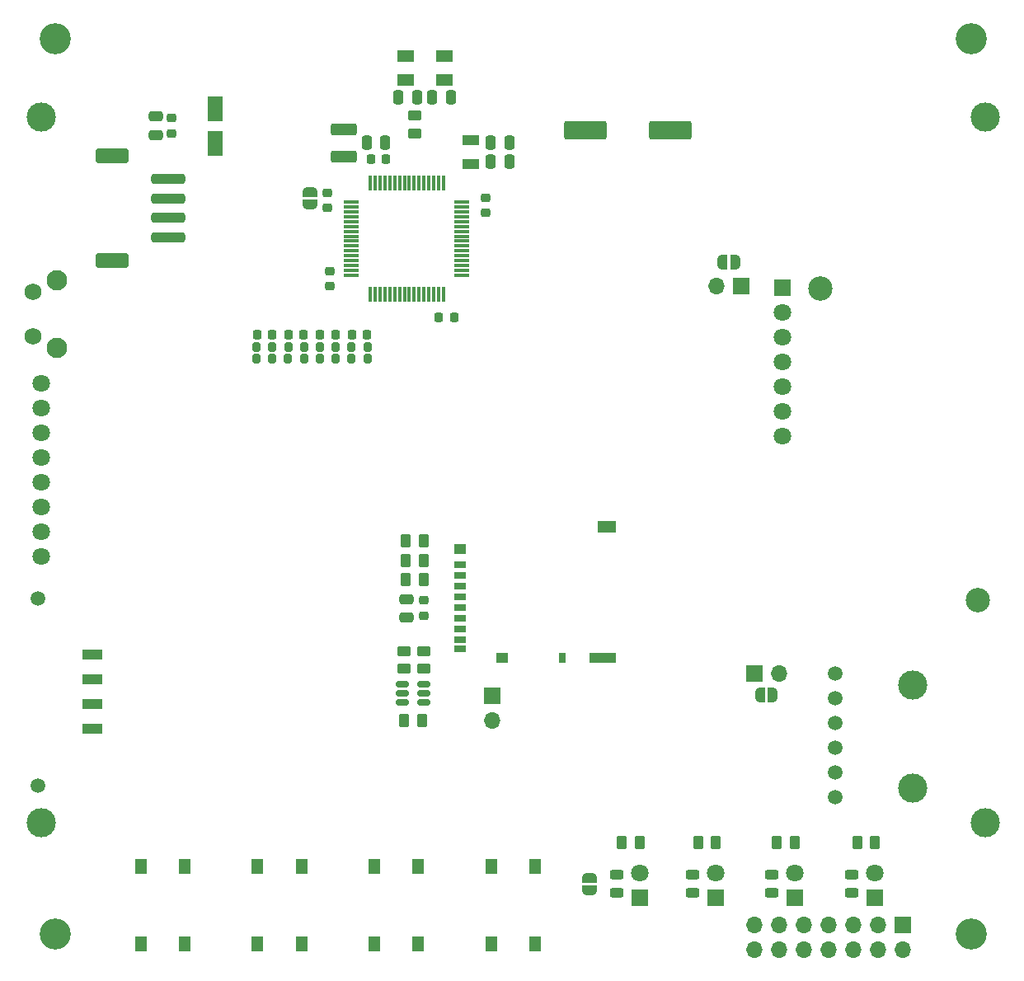
<source format=gts>
%TF.GenerationSoftware,KiCad,Pcbnew,7.0.9*%
%TF.CreationDate,2024-07-22T23:00:39+02:00*%
%TF.ProjectId,EnvSensor-Main-v2.1,456e7653-656e-4736-9f72-2d4d61696e2d,rev?*%
%TF.SameCoordinates,Original*%
%TF.FileFunction,Soldermask,Top*%
%TF.FilePolarity,Negative*%
%FSLAX46Y46*%
G04 Gerber Fmt 4.6, Leading zero omitted, Abs format (unit mm)*
G04 Created by KiCad (PCBNEW 7.0.9) date 2024-07-22 23:00:39*
%MOMM*%
%LPD*%
G01*
G04 APERTURE LIST*
G04 Aperture macros list*
%AMRoundRect*
0 Rectangle with rounded corners*
0 $1 Rounding radius*
0 $2 $3 $4 $5 $6 $7 $8 $9 X,Y pos of 4 corners*
0 Add a 4 corners polygon primitive as box body*
4,1,4,$2,$3,$4,$5,$6,$7,$8,$9,$2,$3,0*
0 Add four circle primitives for the rounded corners*
1,1,$1+$1,$2,$3*
1,1,$1+$1,$4,$5*
1,1,$1+$1,$6,$7*
1,1,$1+$1,$8,$9*
0 Add four rect primitives between the rounded corners*
20,1,$1+$1,$2,$3,$4,$5,0*
20,1,$1+$1,$4,$5,$6,$7,0*
20,1,$1+$1,$6,$7,$8,$9,0*
20,1,$1+$1,$8,$9,$2,$3,0*%
%AMFreePoly0*
4,1,19,0.500000,-0.750000,0.000000,-0.750000,0.000000,-0.744911,-0.071157,-0.744911,-0.207708,-0.704816,-0.327430,-0.627875,-0.420627,-0.520320,-0.479746,-0.390866,-0.500000,-0.250000,-0.500000,0.250000,-0.479746,0.390866,-0.420627,0.520320,-0.327430,0.627875,-0.207708,0.704816,-0.071157,0.744911,0.000000,0.744911,0.000000,0.750000,0.500000,0.750000,0.500000,-0.750000,0.500000,-0.750000,
$1*%
%AMFreePoly1*
4,1,19,0.000000,0.744911,0.071157,0.744911,0.207708,0.704816,0.327430,0.627875,0.420627,0.520320,0.479746,0.390866,0.500000,0.250000,0.500000,-0.250000,0.479746,-0.390866,0.420627,-0.520320,0.327430,-0.627875,0.207708,-0.704816,0.071157,-0.744911,0.000000,-0.744911,0.000000,-0.750000,-0.500000,-0.750000,-0.500000,0.750000,0.000000,0.750000,0.000000,0.744911,0.000000,0.744911,
$1*%
G04 Aperture macros list end*
%ADD10RoundRect,0.250000X-0.262500X-0.450000X0.262500X-0.450000X0.262500X0.450000X-0.262500X0.450000X0*%
%ADD11R,1.700000X1.700000*%
%ADD12O,1.700000X1.700000*%
%ADD13RoundRect,0.250000X0.262500X0.450000X-0.262500X0.450000X-0.262500X-0.450000X0.262500X-0.450000X0*%
%ADD14RoundRect,0.225000X0.250000X-0.225000X0.250000X0.225000X-0.250000X0.225000X-0.250000X-0.225000X0*%
%ADD15R,1.800000X1.800000*%
%ADD16C,1.800000*%
%ADD17FreePoly0,90.000000*%
%ADD18FreePoly1,90.000000*%
%ADD19RoundRect,0.243750X0.456250X-0.243750X0.456250X0.243750X-0.456250X0.243750X-0.456250X-0.243750X0*%
%ADD20C,1.500000*%
%ADD21RoundRect,0.250000X-0.250000X-0.475000X0.250000X-0.475000X0.250000X0.475000X-0.250000X0.475000X0*%
%ADD22R,1.800000X1.000000*%
%ADD23RoundRect,0.250000X-0.450000X0.262500X-0.450000X-0.262500X0.450000X-0.262500X0.450000X0.262500X0*%
%ADD24RoundRect,0.200000X0.200000X0.275000X-0.200000X0.275000X-0.200000X-0.275000X0.200000X-0.275000X0*%
%ADD25C,2.100000*%
%ADD26C,1.750000*%
%ADD27C,3.200000*%
%ADD28RoundRect,0.250000X0.550000X-1.050000X0.550000X1.050000X-0.550000X1.050000X-0.550000X-1.050000X0*%
%ADD29RoundRect,0.250000X-1.500000X0.250000X-1.500000X-0.250000X1.500000X-0.250000X1.500000X0.250000X0*%
%ADD30RoundRect,0.250001X-1.449999X0.499999X-1.449999X-0.499999X1.449999X-0.499999X1.449999X0.499999X0*%
%ADD31FreePoly0,180.000000*%
%ADD32FreePoly1,180.000000*%
%ADD33RoundRect,0.225000X-0.225000X-0.250000X0.225000X-0.250000X0.225000X0.250000X-0.225000X0.250000X0*%
%ADD34C,3.000000*%
%ADD35R,1.300000X1.550000*%
%ADD36RoundRect,0.075000X-0.075000X0.700000X-0.075000X-0.700000X0.075000X-0.700000X0.075000X0.700000X0*%
%ADD37RoundRect,0.075000X-0.700000X0.075000X-0.700000X-0.075000X0.700000X-0.075000X0.700000X0.075000X0*%
%ADD38R,1.800000X1.200000*%
%ADD39RoundRect,0.250000X0.475000X-0.250000X0.475000X0.250000X-0.475000X0.250000X-0.475000X-0.250000X0*%
%ADD40RoundRect,0.225000X-0.250000X0.225000X-0.250000X-0.225000X0.250000X-0.225000X0.250000X0.225000X0*%
%ADD41R,1.900000X1.300000*%
%ADD42R,1.200000X1.000000*%
%ADD43R,2.800000X1.000000*%
%ADD44R,0.800000X1.000000*%
%ADD45R,1.200000X0.700000*%
%ADD46RoundRect,0.225000X0.225000X0.250000X-0.225000X0.250000X-0.225000X-0.250000X0.225000X-0.250000X0*%
%ADD47RoundRect,0.250000X-1.950000X-0.700000X1.950000X-0.700000X1.950000X0.700000X-1.950000X0.700000X0*%
%ADD48RoundRect,0.250000X1.075000X-0.375000X1.075000X0.375000X-1.075000X0.375000X-1.075000X-0.375000X0*%
%ADD49RoundRect,0.150000X-0.512500X-0.150000X0.512500X-0.150000X0.512500X0.150000X-0.512500X0.150000X0*%
%ADD50R,2.000000X1.000000*%
%ADD51RoundRect,0.250000X0.450000X-0.262500X0.450000X0.262500X-0.450000X0.262500X-0.450000X-0.262500X0*%
%ADD52C,2.500000*%
G04 APERTURE END LIST*
D10*
%TO.C,R18*%
X82175000Y-106600000D03*
X84000000Y-106600000D03*
%TD*%
D11*
%TO.C,J1*%
X95725000Y-89175000D03*
D12*
X98265000Y-89175000D03*
%TD*%
D10*
%TO.C,R20*%
X98087500Y-106600000D03*
X99912500Y-106600000D03*
%TD*%
D13*
%TO.C,R7*%
X61800000Y-75600000D03*
X59975000Y-75600000D03*
%TD*%
D11*
%TO.C,J4*%
X68800000Y-91460000D03*
D12*
X68800000Y-94000000D03*
%TD*%
D14*
%TO.C,C14*%
X61790000Y-83250000D03*
X61790000Y-81700000D03*
%TD*%
D15*
%TO.C,D2*%
X84000000Y-112275000D03*
D16*
X84000000Y-109735000D03*
%TD*%
D17*
%TO.C,C1*%
X50147500Y-41050000D03*
D18*
X50147500Y-39750000D03*
%TD*%
D19*
%TO.C,D5*%
X97512500Y-111737500D03*
X97512500Y-109862500D03*
%TD*%
D20*
%TO.C,H5*%
X22200000Y-100700000D03*
%TD*%
D21*
%TO.C,C6*%
X55947500Y-34650000D03*
X57847500Y-34650000D03*
%TD*%
D17*
%TO.C,JP5*%
X78800000Y-111500000D03*
D18*
X78800000Y-110200000D03*
%TD*%
D22*
%TO.C,Y2*%
X66647500Y-36900000D03*
X66647500Y-34400000D03*
%TD*%
D23*
%TO.C,R3*%
X61800000Y-86887500D03*
X61800000Y-88712500D03*
%TD*%
D24*
%TO.C,R13*%
X56025000Y-56900000D03*
X54375000Y-56900000D03*
%TD*%
D25*
%TO.C,SW1*%
X24165000Y-55800000D03*
X24165000Y-48790000D03*
D26*
X21675000Y-54550000D03*
X21675000Y-50050000D03*
%TD*%
D10*
%TO.C,R19*%
X89975000Y-106600000D03*
X91800000Y-106600000D03*
%TD*%
D21*
%TO.C,C12*%
X62697500Y-30062500D03*
X64597500Y-30062500D03*
%TD*%
D27*
%TO.C,H3*%
X118000000Y-116000000D03*
%TD*%
D24*
%TO.C,R14*%
X46275000Y-55640000D03*
X44625000Y-55640000D03*
%TD*%
D28*
%TO.C,C25*%
X40400000Y-34800000D03*
X40400000Y-31200000D03*
%TD*%
D29*
%TO.C,J3*%
X35600000Y-38400000D03*
X35600000Y-40400000D03*
X35600000Y-42400000D03*
X35600000Y-44400000D03*
D30*
X29850000Y-36050000D03*
X29850000Y-46750000D03*
%TD*%
D27*
%TO.C,H2*%
X118000000Y-24000000D03*
%TD*%
D23*
%TO.C,R4*%
X59800000Y-86887500D03*
X59800000Y-88712500D03*
%TD*%
D31*
%TO.C,JP1*%
X97650000Y-91400000D03*
D32*
X96350000Y-91400000D03*
%TD*%
D33*
%TO.C,C7*%
X56372500Y-36400000D03*
X57922500Y-36400000D03*
%TD*%
D15*
%TO.C,D4*%
X91800000Y-112200000D03*
D16*
X91800000Y-109660000D03*
%TD*%
D20*
%TO.C,H6*%
X22200000Y-81500000D03*
%TD*%
D14*
%TO.C,C2*%
X51897500Y-41400000D03*
X51897500Y-39850000D03*
%TD*%
D16*
%TO.C,U7*%
X22500000Y-77180000D03*
X22500000Y-74640000D03*
X22500000Y-72100000D03*
X22500000Y-69560000D03*
X22500000Y-67020000D03*
X22500000Y-64480000D03*
X22500000Y-61940000D03*
X22500000Y-59400000D03*
D34*
X119500000Y-104540000D03*
X119500000Y-32040000D03*
X22500000Y-104540000D03*
X22500000Y-32040000D03*
%TD*%
D35*
%TO.C,SW2*%
X32750000Y-116980000D03*
X32750000Y-109020000D03*
X37250000Y-116980000D03*
X37250000Y-109020000D03*
%TD*%
D36*
%TO.C,U5*%
X63825000Y-38875000D03*
X63325000Y-38875000D03*
X62825000Y-38875000D03*
X62325000Y-38875000D03*
X61825000Y-38875000D03*
X61325000Y-38875000D03*
X60825000Y-38875000D03*
X60325000Y-38875000D03*
X59825000Y-38875000D03*
X59325000Y-38875000D03*
X58825000Y-38875000D03*
X58325000Y-38875000D03*
X57825000Y-38875000D03*
X57325000Y-38875000D03*
X56825000Y-38875000D03*
X56325000Y-38875000D03*
D37*
X54400000Y-40800000D03*
X54400000Y-41300000D03*
X54400000Y-41800000D03*
X54400000Y-42300000D03*
X54400000Y-42800000D03*
X54400000Y-43300000D03*
X54400000Y-43800000D03*
X54400000Y-44300000D03*
X54400000Y-44800000D03*
X54400000Y-45300000D03*
X54400000Y-45800000D03*
X54400000Y-46300000D03*
X54400000Y-46800000D03*
X54400000Y-47300000D03*
X54400000Y-47800000D03*
X54400000Y-48300000D03*
D36*
X56325000Y-50225000D03*
X56825000Y-50225000D03*
X57325000Y-50225000D03*
X57825000Y-50225000D03*
X58325000Y-50225000D03*
X58825000Y-50225000D03*
X59325000Y-50225000D03*
X59825000Y-50225000D03*
X60325000Y-50225000D03*
X60825000Y-50225000D03*
X61325000Y-50225000D03*
X61825000Y-50225000D03*
X62325000Y-50225000D03*
X62825000Y-50225000D03*
X63325000Y-50225000D03*
X63825000Y-50225000D03*
D37*
X65750000Y-48300000D03*
X65750000Y-47800000D03*
X65750000Y-47300000D03*
X65750000Y-46800000D03*
X65750000Y-46300000D03*
X65750000Y-45800000D03*
X65750000Y-45300000D03*
X65750000Y-44800000D03*
X65750000Y-44300000D03*
X65750000Y-43800000D03*
X65750000Y-43300000D03*
X65750000Y-42800000D03*
X65750000Y-42300000D03*
X65750000Y-41800000D03*
X65750000Y-41300000D03*
X65750000Y-40800000D03*
%TD*%
D11*
%TO.C,J2*%
X94400000Y-49400000D03*
D12*
X91860000Y-49400000D03*
%TD*%
D38*
%TO.C,Y1*%
X63947500Y-25812500D03*
X59947500Y-25812500D03*
X59947500Y-28212500D03*
X63947500Y-28212500D03*
%TD*%
D24*
%TO.C,R17*%
X56050000Y-55650000D03*
X54400000Y-55650000D03*
%TD*%
%TO.C,R12*%
X52775000Y-56900000D03*
X51125000Y-56900000D03*
%TD*%
D15*
%TO.C,D6*%
X99912500Y-112200000D03*
D16*
X99912500Y-109660000D03*
%TD*%
D27*
%TO.C,H1*%
X24000000Y-24000000D03*
%TD*%
D39*
%TO.C,C24*%
X34287500Y-33900000D03*
X34287500Y-32000000D03*
%TD*%
D19*
%TO.C,D1*%
X81600000Y-111737500D03*
X81600000Y-109862500D03*
%TD*%
%TO.C,D3*%
X89400000Y-111737500D03*
X89400000Y-109862500D03*
%TD*%
D24*
%TO.C,R10*%
X46275000Y-56890000D03*
X44625000Y-56890000D03*
%TD*%
D39*
%TO.C,C15*%
X60040000Y-83475000D03*
X60040000Y-81575000D03*
%TD*%
D21*
%TO.C,C13*%
X59197500Y-30062500D03*
X61097500Y-30062500D03*
%TD*%
D24*
%TO.C,R16*%
X52775000Y-55650000D03*
X51125000Y-55650000D03*
%TD*%
D27*
%TO.C,H4*%
X24000000Y-116000000D03*
%TD*%
D14*
%TO.C,C23*%
X35887500Y-33712500D03*
X35887500Y-32162500D03*
%TD*%
D13*
%TO.C,R2*%
X61622500Y-94000000D03*
X59797500Y-94000000D03*
%TD*%
D40*
%TO.C,C3*%
X68147500Y-40350000D03*
X68147500Y-41900000D03*
%TD*%
D31*
%TO.C,JP2*%
X93800000Y-47000000D03*
D32*
X92500000Y-47000000D03*
%TD*%
D21*
%TO.C,C17*%
X68697500Y-34650000D03*
X70597500Y-34650000D03*
%TD*%
D15*
%TO.C,D8*%
X108136250Y-112275000D03*
D16*
X108136250Y-109735000D03*
%TD*%
D41*
%TO.C,J5*%
X80650000Y-74100000D03*
D42*
X65550000Y-76450000D03*
D43*
X80200000Y-87600000D03*
D42*
X69850000Y-87600000D03*
D44*
X76050000Y-87600000D03*
D45*
X65550000Y-86650000D03*
X65550000Y-85700000D03*
X65550000Y-84600000D03*
X65550000Y-83500000D03*
X65550000Y-82400000D03*
X65550000Y-81300000D03*
X65550000Y-80200000D03*
X65550000Y-79100000D03*
X65550000Y-78000000D03*
%TD*%
D46*
%TO.C,C18*%
X46225000Y-54390000D03*
X44675000Y-54390000D03*
%TD*%
%TO.C,C21*%
X56000000Y-54400000D03*
X54450000Y-54400000D03*
%TD*%
D24*
%TO.C,R11*%
X49525000Y-56900000D03*
X47875000Y-56900000D03*
%TD*%
D10*
%TO.C,R21*%
X106311250Y-106600000D03*
X108136250Y-106600000D03*
%TD*%
D13*
%TO.C,R6*%
X61800000Y-77600000D03*
X59975000Y-77600000D03*
%TD*%
D21*
%TO.C,C16*%
X68697500Y-36650000D03*
X70597500Y-36650000D03*
%TD*%
D13*
%TO.C,R5*%
X61800000Y-79600000D03*
X59975000Y-79600000D03*
%TD*%
D35*
%TO.C,SW4*%
X56750000Y-116980000D03*
X56750000Y-109020000D03*
X61250000Y-116980000D03*
X61250000Y-109020000D03*
%TD*%
D46*
%TO.C,C20*%
X52725000Y-54400000D03*
X51175000Y-54400000D03*
%TD*%
D47*
%TO.C,C10*%
X78447500Y-33400000D03*
X87147500Y-33400000D03*
%TD*%
D48*
%TO.C,L1*%
X53597500Y-36150000D03*
X53597500Y-33350000D03*
%TD*%
D49*
%TO.C,Q1*%
X59572500Y-90300000D03*
X59572500Y-91250000D03*
X59572500Y-92200000D03*
X61847500Y-92200000D03*
X61847500Y-91250000D03*
X61847500Y-90300000D03*
%TD*%
D14*
%TO.C,C5*%
X52147500Y-49425000D03*
X52147500Y-47875000D03*
%TD*%
D19*
%TO.C,D7*%
X105736250Y-111737500D03*
X105736250Y-109862500D03*
%TD*%
D46*
%TO.C,C19*%
X49475000Y-54390000D03*
X47925000Y-54390000D03*
%TD*%
D35*
%TO.C,SW3*%
X44750000Y-116980000D03*
X44750000Y-109020000D03*
X49250000Y-116980000D03*
X49250000Y-109020000D03*
%TD*%
D24*
%TO.C,R15*%
X49550000Y-55650000D03*
X47900000Y-55650000D03*
%TD*%
D35*
%TO.C,SW5*%
X68750000Y-116980000D03*
X68750000Y-109020000D03*
X73250000Y-116980000D03*
X73250000Y-109020000D03*
%TD*%
D50*
%TO.C,J7*%
X27787500Y-87300000D03*
X27787500Y-89840000D03*
X27787500Y-92380000D03*
X27787500Y-94920000D03*
%TD*%
D51*
%TO.C,R1*%
X60897500Y-33725000D03*
X60897500Y-31900000D03*
%TD*%
D46*
%TO.C,C4*%
X64922500Y-52650000D03*
X63372500Y-52650000D03*
%TD*%
D52*
%TO.C,U3*%
X102550000Y-49650000D03*
X118750000Y-81650000D03*
D15*
X98650000Y-49550000D03*
D16*
X98650000Y-52090000D03*
X98650000Y-54630000D03*
X98650000Y-57170000D03*
X98650000Y-59710000D03*
X98650000Y-62250000D03*
X98650000Y-64790000D03*
%TD*%
D34*
%TO.C,U1*%
X112012500Y-101012500D03*
X112012500Y-90412500D03*
D20*
X104052500Y-89242500D03*
X104052500Y-91782500D03*
X104052500Y-94322500D03*
X104052500Y-96862500D03*
X104052500Y-99402500D03*
X104052500Y-101942500D03*
%TD*%
D11*
%TO.C,J8*%
X111000000Y-115000000D03*
D12*
X111000000Y-117540000D03*
X108460000Y-115000000D03*
X108460000Y-117540000D03*
X105920000Y-115000000D03*
X105920000Y-117540000D03*
X103380000Y-115000000D03*
X103380000Y-117540000D03*
X100840000Y-115000000D03*
X100840000Y-117540000D03*
X98300000Y-115000000D03*
X98300000Y-117540000D03*
X95760000Y-115000000D03*
X95760000Y-117540000D03*
%TD*%
M02*

</source>
